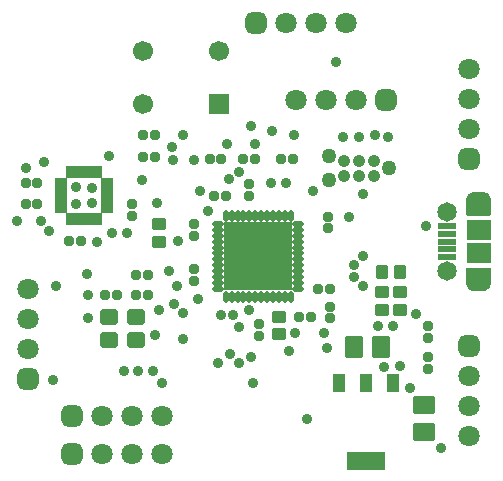
<source format=gbr>
%TF.GenerationSoftware,Altium Limited,Altium Designer,24.1.2 (44)*%
G04 Layer_Color=8388736*
%FSLAX45Y45*%
%MOMM*%
%TF.SameCoordinates,9F746DA8-F38A-4014-887F-1EC8760E2830*%
%TF.FilePolarity,Negative*%
%TF.FileFunction,Soldermask,Top*%
%TF.Part,Single*%
G01*
G75*
%TA.AperFunction,SMDPad,CuDef*%
%ADD16R,3.18213X1.50000*%
%ADD17R,1.00000X1.50000*%
%TA.AperFunction,NonConductor*%
%ADD50C,0.70320*%
%TA.AperFunction,SMDPad,CuDef*%
%ADD51R,5.80320X5.80320*%
%ADD52O,0.45320X1.00320*%
%ADD53O,1.00320X0.45320*%
%ADD54R,0.99320X0.48320*%
%ADD55R,0.48320X0.99320*%
G04:AMPARAMS|DCode=56|XSize=0.8032mm|YSize=0.9032mm|CornerRadius=0.1766mm|HoleSize=0mm|Usage=FLASHONLY|Rotation=90.000|XOffset=0mm|YOffset=0mm|HoleType=Round|Shape=RoundedRectangle|*
%AMROUNDEDRECTD56*
21,1,0.80320,0.55000,0,0,90.0*
21,1,0.45000,0.90320,0,0,90.0*
1,1,0.35320,0.27500,0.22500*
1,1,0.35320,0.27500,-0.22500*
1,1,0.35320,-0.27500,-0.22500*
1,1,0.35320,-0.27500,0.22500*
%
%ADD56ROUNDEDRECTD56*%
%TA.AperFunction,BGAPad,CuDef*%
%ADD57C,1.06620*%
%TA.AperFunction,SMDPad,CuDef*%
G04:AMPARAMS|DCode=58|XSize=0.8032mm|YSize=0.9032mm|CornerRadius=0.1766mm|HoleSize=0mm|Usage=FLASHONLY|Rotation=180.000|XOffset=0mm|YOffset=0mm|HoleType=Round|Shape=RoundedRectangle|*
%AMROUNDEDRECTD58*
21,1,0.80320,0.55000,0,0,180.0*
21,1,0.45000,0.90320,0,0,180.0*
1,1,0.35320,-0.22500,0.27500*
1,1,0.35320,0.22500,0.27500*
1,1,0.35320,0.22500,-0.27500*
1,1,0.35320,-0.22500,-0.27500*
%
%ADD58ROUNDEDRECTD58*%
G04:AMPARAMS|DCode=59|XSize=1.5032mm|YSize=1.3032mm|CornerRadius=0.1566mm|HoleSize=0mm|Usage=FLASHONLY|Rotation=0.000|XOffset=0mm|YOffset=0mm|HoleType=Round|Shape=RoundedRectangle|*
%AMROUNDEDRECTD59*
21,1,1.50320,0.99000,0,0,0.0*
21,1,1.19000,1.30320,0,0,0.0*
1,1,0.31320,0.59500,-0.49500*
1,1,0.31320,-0.59500,-0.49500*
1,1,0.31320,-0.59500,0.49500*
1,1,0.31320,0.59500,0.49500*
%
%ADD59ROUNDEDRECTD59*%
%TA.AperFunction,ConnectorPad*%
%ADD60R,2.10320X1.70320*%
%ADD61R,1.55320X0.60320*%
%TA.AperFunction,SMDPad,CuDef*%
G04:AMPARAMS|DCode=62|XSize=1.0032mm|YSize=1.2032mm|CornerRadius=0.2016mm|HoleSize=0mm|Usage=FLASHONLY|Rotation=180.000|XOffset=0mm|YOffset=0mm|HoleType=Round|Shape=RoundedRectangle|*
%AMROUNDEDRECTD62*
21,1,1.00320,0.80000,0,0,180.0*
21,1,0.60000,1.20320,0,0,180.0*
1,1,0.40320,-0.30000,0.40000*
1,1,0.40320,0.30000,0.40000*
1,1,0.40320,0.30000,-0.40000*
1,1,0.40320,-0.30000,-0.40000*
%
%ADD62ROUNDEDRECTD62*%
G04:AMPARAMS|DCode=63|XSize=1.0032mm|YSize=1.2032mm|CornerRadius=0.2016mm|HoleSize=0mm|Usage=FLASHONLY|Rotation=90.000|XOffset=0mm|YOffset=0mm|HoleType=Round|Shape=RoundedRectangle|*
%AMROUNDEDRECTD63*
21,1,1.00320,0.80000,0,0,90.0*
21,1,0.60000,1.20320,0,0,90.0*
1,1,0.40320,0.40000,0.30000*
1,1,0.40320,0.40000,-0.30000*
1,1,0.40320,-0.40000,-0.30000*
1,1,0.40320,-0.40000,0.30000*
%
%ADD63ROUNDEDRECTD63*%
G04:AMPARAMS|DCode=64|XSize=1.6032mm|YSize=1.9032mm|CornerRadius=0.2766mm|HoleSize=0mm|Usage=FLASHONLY|Rotation=270.000|XOffset=0mm|YOffset=0mm|HoleType=Round|Shape=RoundedRectangle|*
%AMROUNDEDRECTD64*
21,1,1.60320,1.35000,0,0,270.0*
21,1,1.05000,1.90320,0,0,270.0*
1,1,0.55320,-0.67500,-0.52500*
1,1,0.55320,-0.67500,0.52500*
1,1,0.55320,0.67500,0.52500*
1,1,0.55320,0.67500,-0.52500*
%
%ADD64ROUNDEDRECTD64*%
G04:AMPARAMS|DCode=65|XSize=1.6032mm|YSize=1.9032mm|CornerRadius=0.2766mm|HoleSize=0mm|Usage=FLASHONLY|Rotation=180.000|XOffset=0mm|YOffset=0mm|HoleType=Round|Shape=RoundedRectangle|*
%AMROUNDEDRECTD65*
21,1,1.60320,1.35000,0,0,180.0*
21,1,1.05000,1.90320,0,0,180.0*
1,1,0.55320,-0.52500,0.67500*
1,1,0.55320,0.52500,0.67500*
1,1,0.55320,0.52500,-0.67500*
1,1,0.55320,-0.52500,-0.67500*
%
%ADD65ROUNDEDRECTD65*%
%TA.AperFunction,ComponentPad*%
%ADD66R,1.70120X1.70120*%
%ADD67C,1.70120*%
%ADD68C,1.27020*%
%ADD69C,1.80320*%
G04:AMPARAMS|DCode=70|XSize=1.8032mm|YSize=1.8032mm|CornerRadius=0.5016mm|HoleSize=0mm|Usage=FLASHONLY|Rotation=0.000|XOffset=0mm|YOffset=0mm|HoleType=Round|Shape=RoundedRectangle|*
%AMROUNDEDRECTD70*
21,1,1.80320,0.80000,0,0,0.0*
21,1,0.80000,1.80320,0,0,0.0*
1,1,1.00320,0.40000,-0.40000*
1,1,1.00320,-0.40000,-0.40000*
1,1,1.00320,-0.40000,0.40000*
1,1,1.00320,0.40000,0.40000*
%
%ADD70ROUNDEDRECTD70*%
G04:AMPARAMS|DCode=71|XSize=1.8032mm|YSize=1.8032mm|CornerRadius=0.5016mm|HoleSize=0mm|Usage=FLASHONLY|Rotation=90.000|XOffset=0mm|YOffset=0mm|HoleType=Round|Shape=RoundedRectangle|*
%AMROUNDEDRECTD71*
21,1,1.80320,0.80000,0,0,90.0*
21,1,0.80000,1.80320,0,0,90.0*
1,1,1.00320,0.40000,0.40000*
1,1,1.00320,0.40000,-0.40000*
1,1,1.00320,-0.40000,-0.40000*
1,1,1.00320,-0.40000,0.40000*
%
%ADD71ROUNDEDRECTD71*%
%ADD72C,1.65320*%
%TA.AperFunction,ViaPad*%
%ADD73C,0.90320*%
%ADD74C,0.70320*%
G36*
X10976329Y9180095D02*
X10977635Y9179835D01*
X10978897Y9179407D01*
X10980091Y9178818D01*
X10981199Y9178078D01*
X10982200Y9177200D01*
X10983078Y9176198D01*
X10983818Y9175091D01*
X10984407Y9173896D01*
X10984835Y9172635D01*
X10985095Y9171329D01*
X10985182Y9170000D01*
Y9040000D01*
X10985095Y9038671D01*
X10984835Y9037365D01*
X10984407Y9036104D01*
X10983818Y9034909D01*
X10983078Y9033802D01*
X10982200Y9032800D01*
X10981199Y9031922D01*
X10980091Y9031182D01*
X10978897Y9030593D01*
X10977635Y9030165D01*
X10976329Y9029905D01*
X10975000Y9029818D01*
X10935185D01*
Y8990002D01*
X10935098Y8988673D01*
X10934838Y8987367D01*
X10934410Y8986106D01*
X10934119Y8985517D01*
X10933821Y8984911D01*
X10933081Y8983804D01*
X10932203Y8982803D01*
X10932202D01*
Y8982802D01*
X10931201Y8981924D01*
X10930094Y8981184D01*
X10929489Y8980886D01*
X10928899Y8980595D01*
X10927638Y8980167D01*
X10926332Y8979907D01*
X10925003Y8979820D01*
X10835000Y8979818D01*
D01*
X10835000D01*
X10833671Y8979905D01*
X10832365Y8980165D01*
X10831104Y8980593D01*
X10830515Y8980883D01*
X10829910Y8981182D01*
X10828802Y8981922D01*
X10827801Y8982800D01*
Y8982800D01*
X10827801D01*
X10826922Y8983801D01*
X10826183Y8984909D01*
X10825884Y8985514D01*
X10825593Y8986103D01*
X10825165Y8987364D01*
X10824905Y8988671D01*
X10824818Y8990000D01*
Y8990000D01*
D01*
Y9029818D01*
X10785000D01*
X10783671Y9029905D01*
X10782365Y9030165D01*
X10781104Y9030593D01*
X10779909Y9031182D01*
X10778802Y9031922D01*
X10777800Y9032800D01*
X10776922Y9033802D01*
X10776182Y9034909D01*
X10775593Y9036104D01*
X10775165Y9037365D01*
X10774905Y9038671D01*
X10774818Y9040000D01*
Y9170000D01*
X10774905Y9171329D01*
X10775165Y9172635D01*
X10775593Y9173896D01*
X10776182Y9175091D01*
X10776922Y9176198D01*
X10777800Y9177200D01*
X10778802Y9178078D01*
X10779909Y9178818D01*
X10781104Y9179407D01*
X10782365Y9179835D01*
X10783671Y9180095D01*
X10785000Y9180182D01*
X10975000D01*
X10976329Y9180095D01*
D02*
G37*
G36*
X10926329Y9820095D02*
X10927635Y9819835D01*
X10928896Y9819407D01*
X10929485Y9819117D01*
X10930091Y9818818D01*
X10931198Y9818078D01*
X10932199Y9817200D01*
Y9817200D01*
X10932200D01*
X10933078Y9816199D01*
X10933818Y9815091D01*
X10934116Y9814486D01*
X10934407Y9813897D01*
X10934835Y9812636D01*
X10935095Y9811329D01*
X10935182Y9810000D01*
Y9810000D01*
D01*
Y9770182D01*
X10975000D01*
X10976329Y9770095D01*
X10977635Y9769835D01*
X10978897Y9769407D01*
X10980091Y9768818D01*
X10981199Y9768078D01*
X10982200Y9767200D01*
X10983078Y9766198D01*
X10983818Y9765091D01*
X10984407Y9763896D01*
X10984835Y9762635D01*
X10985095Y9761329D01*
X10985182Y9760000D01*
Y9630000D01*
X10985095Y9628671D01*
X10984835Y9627365D01*
X10984407Y9626104D01*
X10983818Y9624909D01*
X10983078Y9623802D01*
X10982200Y9622800D01*
X10981199Y9621922D01*
X10980091Y9621182D01*
X10978897Y9620593D01*
X10977635Y9620165D01*
X10976329Y9619905D01*
X10975000Y9619818D01*
X10785000D01*
X10783671Y9619905D01*
X10782365Y9620165D01*
X10781104Y9620593D01*
X10779909Y9621182D01*
X10778802Y9621922D01*
X10777800Y9622800D01*
X10776922Y9623802D01*
X10776182Y9624909D01*
X10775593Y9626104D01*
X10775165Y9627365D01*
X10774905Y9628671D01*
X10774818Y9630000D01*
Y9760000D01*
X10774905Y9761329D01*
X10775165Y9762635D01*
X10775593Y9763896D01*
X10776182Y9765091D01*
X10776922Y9766198D01*
X10777800Y9767200D01*
X10778802Y9768078D01*
X10779909Y9768818D01*
X10781104Y9769407D01*
X10782365Y9769835D01*
X10783671Y9770095D01*
X10785000Y9770182D01*
X10824816D01*
Y9809998D01*
X10824903Y9811327D01*
X10825163Y9812633D01*
X10825590Y9813894D01*
X10825881Y9814483D01*
X10826180Y9815089D01*
X10826919Y9816196D01*
X10827797Y9817197D01*
X10827798D01*
Y9817198D01*
X10828799Y9818076D01*
X10829906Y9818816D01*
X10830511Y9819114D01*
X10831101Y9819405D01*
X10832362Y9819833D01*
X10833668Y9820093D01*
X10834997Y9820180D01*
X10925000Y9820182D01*
D01*
X10925000D01*
X10926329Y9820095D01*
D02*
G37*
D16*
X9925000Y7545500D02*
D03*
D17*
X9696000Y8204500D02*
D03*
X9925000D02*
D03*
X10154000D02*
D03*
D50*
X10860000Y9760000D02*
G03*
X10860000Y9760000I-25000J0D01*
G01*
X10950000D02*
G03*
X10950000Y9760000I-25000J0D01*
G01*
X10860000Y9040000D02*
G03*
X10860000Y9040000I-25000J0D01*
G01*
X10950000D02*
G03*
X10950000Y9040000I-25000J0D01*
G01*
D51*
X9015000Y9275000D02*
D03*
D52*
X8740000Y9615000D02*
D03*
X8790000D02*
D03*
X8840000D02*
D03*
X8890000D02*
D03*
X8940000D02*
D03*
X8990000D02*
D03*
X9040000D02*
D03*
X9090000D02*
D03*
X9140000D02*
D03*
X9190000D02*
D03*
X9240000D02*
D03*
X9290000D02*
D03*
Y8935000D02*
D03*
X9240000D02*
D03*
X9190000D02*
D03*
X9140000D02*
D03*
X9090000D02*
D03*
X9040000D02*
D03*
X8990000D02*
D03*
X8940000D02*
D03*
X8890000D02*
D03*
X8840000D02*
D03*
X8790000D02*
D03*
X8740000D02*
D03*
D53*
X9355000Y9550000D02*
D03*
Y9500000D02*
D03*
Y9450000D02*
D03*
Y9400000D02*
D03*
Y9350000D02*
D03*
Y9300000D02*
D03*
Y9250000D02*
D03*
Y9200000D02*
D03*
Y9150000D02*
D03*
Y9100000D02*
D03*
Y9050000D02*
D03*
Y9000000D02*
D03*
X8675000D02*
D03*
Y9050000D02*
D03*
Y9100000D02*
D03*
Y9150000D02*
D03*
Y9200000D02*
D03*
Y9250000D02*
D03*
Y9300000D02*
D03*
Y9350000D02*
D03*
Y9400000D02*
D03*
Y9450000D02*
D03*
Y9500000D02*
D03*
Y9550000D02*
D03*
D54*
X7737000Y9917000D02*
D03*
Y9867000D02*
D03*
Y9817000D02*
D03*
Y9767000D02*
D03*
Y9717000D02*
D03*
Y9667000D02*
D03*
X7343000D02*
D03*
Y9717000D02*
D03*
Y9767000D02*
D03*
Y9817000D02*
D03*
Y9867000D02*
D03*
Y9917000D02*
D03*
D55*
X7665000Y9595000D02*
D03*
X7615000D02*
D03*
X7565000D02*
D03*
X7515000D02*
D03*
X7465000D02*
D03*
X7415000D02*
D03*
Y9989000D02*
D03*
X7465000D02*
D03*
X7515000D02*
D03*
X7565000D02*
D03*
X7615000D02*
D03*
X7665000D02*
D03*
D56*
X7945000Y9715000D02*
D03*
Y9615000D02*
D03*
X9020000Y8700000D02*
D03*
Y8600000D02*
D03*
X9625000Y8750000D02*
D03*
Y8850000D02*
D03*
X8940000Y9885000D02*
D03*
Y9785000D02*
D03*
X10450000Y8685000D02*
D03*
Y8585000D02*
D03*
Y8425000D02*
D03*
Y8325000D02*
D03*
X9607500Y9612500D02*
D03*
Y9512500D02*
D03*
X8472500Y9065000D02*
D03*
Y9165000D02*
D03*
X8475000Y9550000D02*
D03*
Y9450000D02*
D03*
D57*
X9740500Y9959000D02*
D03*
X9867500D02*
D03*
X9994500D02*
D03*
X9740500Y10086000D02*
D03*
X9867500D02*
D03*
X9994500D02*
D03*
D58*
X8702500Y10100000D02*
D03*
X8602500D02*
D03*
X7980000Y9120000D02*
D03*
X8080000D02*
D03*
X8990000Y10100000D02*
D03*
X8890000D02*
D03*
X9207500Y10102500D02*
D03*
X9307500D02*
D03*
X8040000Y10120000D02*
D03*
X8140000D02*
D03*
X9525000Y9000000D02*
D03*
X9625000D02*
D03*
X8080000Y8950000D02*
D03*
X7980000D02*
D03*
X7720000D02*
D03*
X7820000D02*
D03*
X7145000Y9715000D02*
D03*
X7045000D02*
D03*
X8140000Y10300000D02*
D03*
X8040000D02*
D03*
X8740000Y9790000D02*
D03*
X8640000D02*
D03*
X9460000Y8760000D02*
D03*
X9360000D02*
D03*
X7145000Y9895000D02*
D03*
X7045000D02*
D03*
X7415000Y9405000D02*
D03*
X7515000D02*
D03*
D59*
X7750000Y8760000D02*
D03*
Y8570000D02*
D03*
X7980000Y8760000D02*
D03*
Y8570000D02*
D03*
D60*
X10880000Y9500000D02*
D03*
Y9300000D02*
D03*
D61*
X10610000Y9530000D02*
D03*
Y9465000D02*
D03*
Y9400000D02*
D03*
Y9335000D02*
D03*
Y9270000D02*
D03*
D62*
X10215000Y9145000D02*
D03*
X10065000D02*
D03*
D63*
X9190000Y8765000D02*
D03*
Y8615000D02*
D03*
X8175000Y9550000D02*
D03*
Y9400000D02*
D03*
X10062500Y8972500D02*
D03*
Y8822500D02*
D03*
X10217500Y8975000D02*
D03*
Y8825000D02*
D03*
D64*
X10420000Y7790700D02*
D03*
Y8019300D02*
D03*
D65*
X9825700Y8510000D02*
D03*
X10054300D02*
D03*
D66*
X8685000Y10565000D02*
D03*
D67*
X8035000D02*
D03*
X8685000Y11015000D02*
D03*
X8035000D02*
D03*
D68*
X9613500Y10124100D02*
D03*
Y9920900D02*
D03*
X10121500Y10022500D02*
D03*
D69*
X9246000Y11250000D02*
D03*
X9500000D02*
D03*
X9754000D02*
D03*
X9846000Y10600000D02*
D03*
X9592000D02*
D03*
X9338000D02*
D03*
X10800000Y10354000D02*
D03*
Y10608000D02*
D03*
Y10862000D02*
D03*
X10797500Y8265000D02*
D03*
Y8011000D02*
D03*
Y7757000D02*
D03*
X7065000Y8490500D02*
D03*
Y8744500D02*
D03*
Y8998500D02*
D03*
X7692000Y7925000D02*
D03*
X7946000D02*
D03*
X8200000D02*
D03*
X7692000Y7600000D02*
D03*
X7946000D02*
D03*
X8200000D02*
D03*
D70*
X8992000Y11250000D02*
D03*
X10100000Y10600000D02*
D03*
X7438000Y7925000D02*
D03*
Y7600000D02*
D03*
D71*
X10800000Y10100000D02*
D03*
X10797500Y8519000D02*
D03*
X7065000Y8236500D02*
D03*
D72*
X10610000Y9150000D02*
D03*
Y9650000D02*
D03*
D73*
X10030000Y8690000D02*
D03*
X10152500D02*
D03*
X10302500Y8160000D02*
D03*
X10215000Y8345000D02*
D03*
X10080000Y8340000D02*
D03*
X7605000Y9852500D02*
D03*
X7610000Y9725000D02*
D03*
X7470000Y9722500D02*
D03*
X7472500Y9860000D02*
D03*
X8337500Y9402500D02*
D03*
X9675000Y10925000D02*
D03*
X9475000Y9825000D02*
D03*
X9317500Y10300000D02*
D03*
X9130000Y10340000D02*
D03*
X9250000Y9900000D02*
D03*
X9125000D02*
D03*
X9900000Y9025000D02*
D03*
X9825000Y9100000D02*
D03*
X9899801Y9275199D02*
D03*
X9825230Y9200230D02*
D03*
X10000000Y10300000D02*
D03*
X9900000Y9800000D02*
D03*
X8935000Y8825000D02*
D03*
X8950000Y8425000D02*
D03*
X8850000Y8675000D02*
D03*
Y8375000D02*
D03*
X8800000Y8775000D02*
D03*
X8775000Y8450000D02*
D03*
X8675000Y8375000D02*
D03*
X8700000Y8775000D02*
D03*
X8375000Y8575000D02*
D03*
Y8800000D02*
D03*
X8125000Y8305000D02*
D03*
X8142950Y8607049D02*
D03*
X8000000Y8305000D02*
D03*
X8300000Y8875000D02*
D03*
X7875000Y8305000D02*
D03*
X8971079Y8200000D02*
D03*
X8200000D02*
D03*
X8507312Y8917583D02*
D03*
X7275000Y8225000D02*
D03*
X7300000Y9025000D02*
D03*
X8950000Y10375000D02*
D03*
X8990000Y10230000D02*
D03*
X8750000Y10225000D02*
D03*
X7240000Y9490000D02*
D03*
X7200000Y10075000D02*
D03*
X7561789Y9128210D02*
D03*
X7575000Y8750000D02*
D03*
Y8950000D02*
D03*
X7900000Y9475000D02*
D03*
X9600000Y8500000D02*
D03*
X9275000Y8475000D02*
D03*
X8175000Y8825000D02*
D03*
X9425000Y7900000D02*
D03*
X8286412Y10200000D02*
D03*
X8292500Y10090000D02*
D03*
X8375000Y10300000D02*
D03*
X10563195Y7650015D02*
D03*
X10436250Y9533750D02*
D03*
X10110000Y10290000D02*
D03*
X8470000Y10090000D02*
D03*
X8030000Y9920000D02*
D03*
X8770000Y9930000D02*
D03*
X9780000Y9610000D02*
D03*
X9575000Y8625000D02*
D03*
X8590000Y9660000D02*
D03*
X8160000Y9730000D02*
D03*
X7650000Y9400000D02*
D03*
X7775000Y9475000D02*
D03*
X6975000Y9575000D02*
D03*
X7050000Y10025000D02*
D03*
X8850000Y9990000D02*
D03*
X9730000Y10283911D02*
D03*
X10350000Y8783911D02*
D03*
X9325000Y8625000D02*
D03*
X8325000Y9025000D02*
D03*
X8525000Y9825000D02*
D03*
X7750000Y10125000D02*
D03*
X7175000Y9575000D02*
D03*
X9870000Y10290000D02*
D03*
X8260000Y9155000D02*
D03*
D74*
X9235000Y9055000D02*
D03*
X9125000D02*
D03*
X9015000D02*
D03*
X8905000D02*
D03*
X8795000D02*
D03*
X9235000Y9165000D02*
D03*
X9125000D02*
D03*
X9015000D02*
D03*
X8905000D02*
D03*
X8795000D02*
D03*
X9235000Y9275000D02*
D03*
X9125000D02*
D03*
X9015000D02*
D03*
X8905000D02*
D03*
X8795000D02*
D03*
X9235000Y9385000D02*
D03*
X9125000D02*
D03*
X9015000D02*
D03*
X8905000D02*
D03*
X8795000D02*
D03*
X9235000Y9495000D02*
D03*
X9125000D02*
D03*
X9015000D02*
D03*
X8905000D02*
D03*
X8795000D02*
D03*
%TF.MD5,2c58b09c0811157300ee1c2a34f2ea58*%
M02*

</source>
